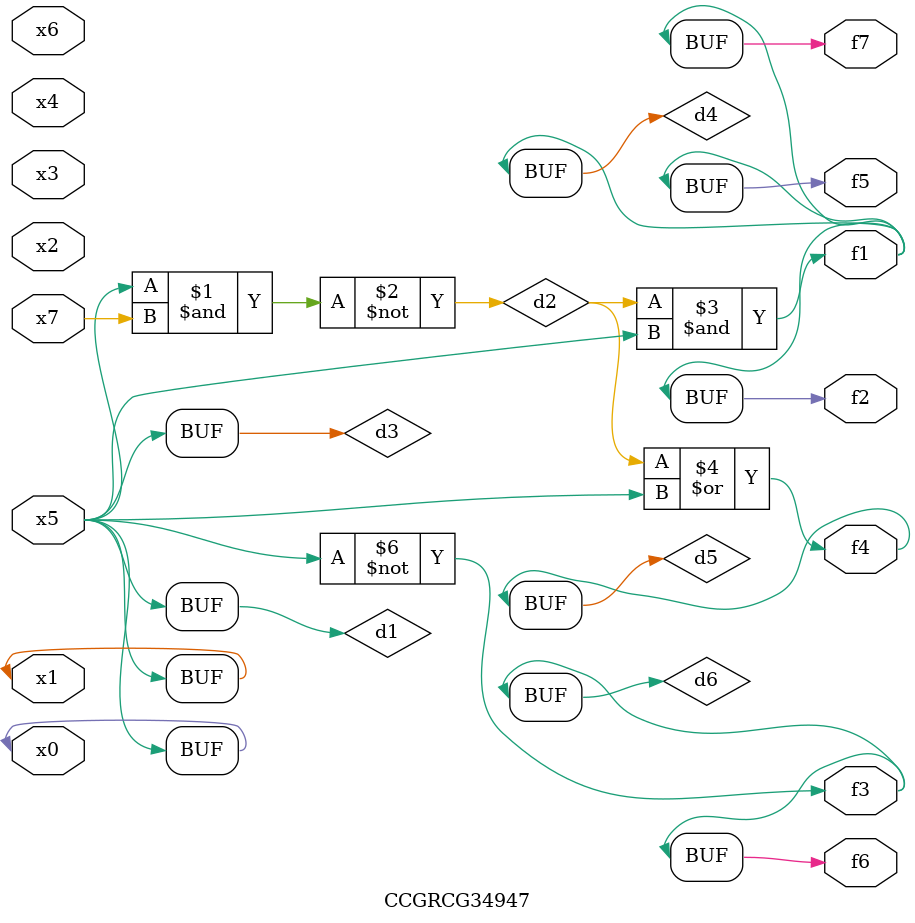
<source format=v>
module CCGRCG34947(
	input x0, x1, x2, x3, x4, x5, x6, x7,
	output f1, f2, f3, f4, f5, f6, f7
);

	wire d1, d2, d3, d4, d5, d6;

	buf (d1, x0, x5);
	nand (d2, x5, x7);
	buf (d3, x0, x1);
	and (d4, d2, d3);
	or (d5, d2, d3);
	nor (d6, d1, d3);
	assign f1 = d4;
	assign f2 = d4;
	assign f3 = d6;
	assign f4 = d5;
	assign f5 = d4;
	assign f6 = d6;
	assign f7 = d4;
endmodule

</source>
